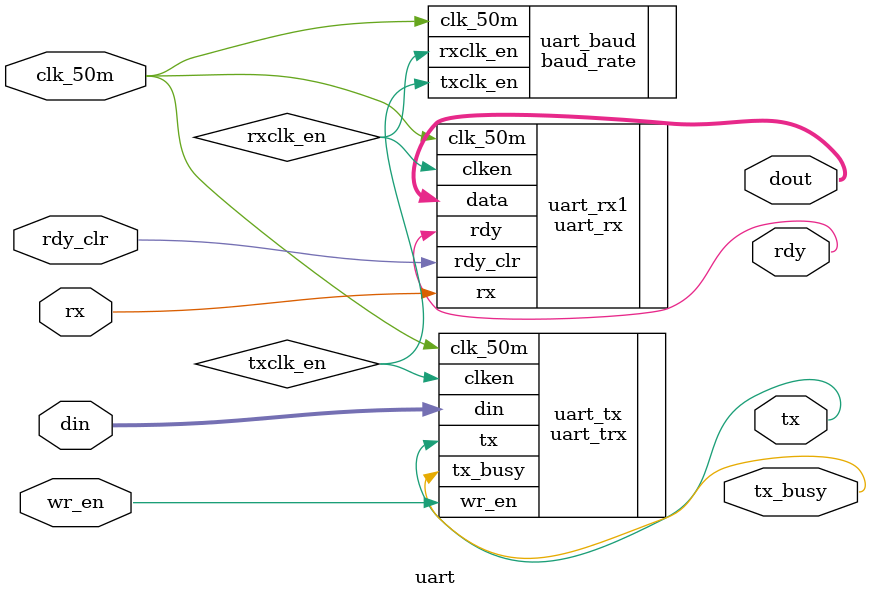
<source format=v>
`timescale 1ns / 1ps

module uart(input wire [7:0] din,
	    input wire wr_en,
	    input wire clk_50m,
	    output wire tx,
	    output wire tx_busy,
	    input wire rx,
	    output wire rdy,
	    input wire rdy_clr,
	    output wire [7:0] dout);

wire rxclk_en, txclk_en;

baud_rate uart_baud(.clk_50m(clk_50m),
			.rxclk_en(rxclk_en),
			.txclk_en(txclk_en));
uart_trx uart_tx(.din(din),
		    .wr_en(wr_en),
		    .clk_50m(clk_50m),
		    .clken(txclk_en),
		    .tx(tx),
		    .tx_busy(tx_busy));
		    
uart_rx uart_rx1(.rx(rx),
		 .rdy(rdy),
		 .rdy_clr(rdy_clr),
		 .clk_50m(clk_50m),
		 .clken(rxclk_en),
		 .data(dout));

endmodule

</source>
